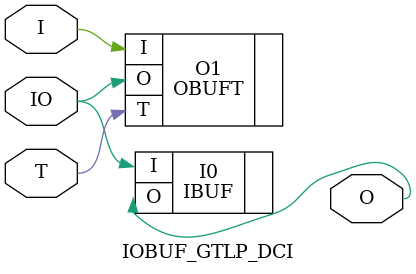
<source format=v>


`timescale  1 ps / 1 ps


module IOBUF_GTLP_DCI (O, IO, I, T);

    output O;

    inout  IO;

    input  I, T;

        OBUFT #(.IOSTANDARD("GTLP_DCI") ) O1 (.O(IO), .I(I), .T(T)); 
	IBUF #(.IOSTANDARD("GTLP_DCI"))  I0 (.O(O), .I(IO));
        

endmodule



</source>
